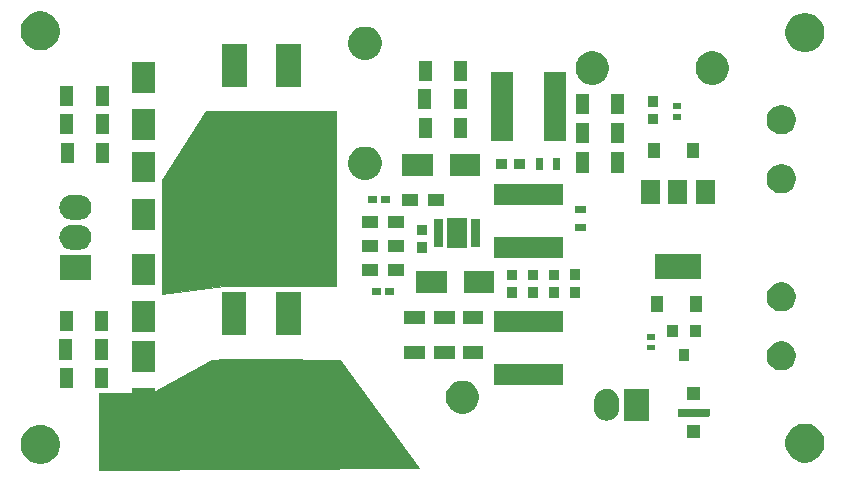
<source format=gbr>
G04 #@! TF.GenerationSoftware,KiCad,Pcbnew,(5.1.4)-1*
G04 #@! TF.CreationDate,2021-02-21T00:25:35+00:00*
G04 #@! TF.ProjectId,5v_to_bipolar15v_PSU,35765f74-6f5f-4626-9970-6f6c61723135,rev?*
G04 #@! TF.SameCoordinates,Original*
G04 #@! TF.FileFunction,Soldermask,Top*
G04 #@! TF.FilePolarity,Negative*
%FSLAX46Y46*%
G04 Gerber Fmt 4.6, Leading zero omitted, Abs format (unit mm)*
G04 Created by KiCad (PCBNEW (5.1.4)-1) date 2021-02-21 00:25:35*
%MOMM*%
%LPD*%
G04 APERTURE LIST*
%ADD10C,0.100000*%
G04 APERTURE END LIST*
D10*
G36*
X142300000Y-101073400D02*
G01*
X132775000Y-101073400D01*
X127504500Y-101771900D01*
X127504500Y-92056400D01*
X131251000Y-86214400D01*
X142300000Y-86214400D01*
X142300000Y-101073400D01*
G37*
X142300000Y-101073400D02*
X132775000Y-101073400D01*
X127504500Y-101771900D01*
X127504500Y-92056400D01*
X131251000Y-86214400D01*
X142300000Y-86214400D01*
X142300000Y-101073400D01*
G36*
X142617500Y-107359900D02*
G01*
X149285000Y-116503900D01*
X122170500Y-116630900D01*
X122170500Y-110153900D01*
X126678500Y-110138400D01*
X131758500Y-107344400D01*
X138489500Y-107344400D01*
X142617500Y-107359900D01*
G37*
X142617500Y-107359900D02*
X149285000Y-116503900D01*
X122170500Y-116630900D01*
X122170500Y-110153900D01*
X126678500Y-110138400D01*
X131758500Y-107344400D01*
X138489500Y-107344400D01*
X142617500Y-107359900D01*
G36*
X117592756Y-112857698D02*
G01*
X117699079Y-112878847D01*
X117999542Y-113003303D01*
X118269951Y-113183985D01*
X118499915Y-113413949D01*
X118680597Y-113684358D01*
X118805053Y-113984821D01*
X118868500Y-114303791D01*
X118868500Y-114629009D01*
X118805053Y-114947979D01*
X118680597Y-115248442D01*
X118499915Y-115518851D01*
X118269951Y-115748815D01*
X117999542Y-115929497D01*
X117699079Y-116053953D01*
X117592756Y-116075102D01*
X117380111Y-116117400D01*
X117054889Y-116117400D01*
X116842244Y-116075102D01*
X116735921Y-116053953D01*
X116435458Y-115929497D01*
X116165049Y-115748815D01*
X115935085Y-115518851D01*
X115754403Y-115248442D01*
X115629947Y-114947979D01*
X115566500Y-114629009D01*
X115566500Y-114303791D01*
X115629947Y-113984821D01*
X115754403Y-113684358D01*
X115935085Y-113413949D01*
X116165049Y-113183985D01*
X116435458Y-113003303D01*
X116735921Y-112878847D01*
X116842244Y-112857698D01*
X117054889Y-112815400D01*
X117380111Y-112815400D01*
X117592756Y-112857698D01*
X117592756Y-112857698D01*
G37*
G36*
X182336256Y-112744698D02*
G01*
X182442579Y-112765847D01*
X182743042Y-112890303D01*
X183013451Y-113070985D01*
X183243415Y-113300949D01*
X183424097Y-113571358D01*
X183548553Y-113871821D01*
X183612000Y-114190791D01*
X183612000Y-114516009D01*
X183548553Y-114834979D01*
X183424097Y-115135442D01*
X183243415Y-115405851D01*
X183013451Y-115635815D01*
X182743042Y-115816497D01*
X182442579Y-115940953D01*
X182336256Y-115962102D01*
X182123611Y-116004400D01*
X181798389Y-116004400D01*
X181585744Y-115962102D01*
X181479421Y-115940953D01*
X181178958Y-115816497D01*
X180908549Y-115635815D01*
X180678585Y-115405851D01*
X180497903Y-115135442D01*
X180373447Y-114834979D01*
X180310000Y-114516009D01*
X180310000Y-114190791D01*
X180373447Y-113871821D01*
X180497903Y-113571358D01*
X180678585Y-113300949D01*
X180908549Y-113070985D01*
X181178958Y-112890303D01*
X181479421Y-112765847D01*
X181585744Y-112744698D01*
X181798389Y-112702400D01*
X182123611Y-112702400D01*
X182336256Y-112744698D01*
X182336256Y-112744698D01*
G37*
G36*
X139462000Y-114342400D02*
G01*
X132360000Y-114342400D01*
X132360000Y-107240400D01*
X139462000Y-107240400D01*
X139462000Y-114342400D01*
X139462000Y-114342400D01*
G37*
G36*
X173099000Y-113947900D02*
G01*
X171997000Y-113947900D01*
X171997000Y-112845900D01*
X173099000Y-112845900D01*
X173099000Y-113947900D01*
X173099000Y-113947900D01*
G37*
G36*
X165377032Y-109767607D02*
G01*
X165509446Y-109807775D01*
X165575149Y-109827706D01*
X165671975Y-109879461D01*
X165757729Y-109925297D01*
X165917765Y-110056635D01*
X166049103Y-110216671D01*
X166080291Y-110275021D01*
X166146694Y-110399251D01*
X166146695Y-110399255D01*
X166206793Y-110597369D01*
X166207977Y-110609389D01*
X166222000Y-110751770D01*
X166222000Y-111455031D01*
X166220974Y-111465448D01*
X166206793Y-111609432D01*
X166146695Y-111807545D01*
X166146694Y-111807549D01*
X166112025Y-111872410D01*
X166049103Y-111990129D01*
X165917765Y-112150165D01*
X165757729Y-112281503D01*
X165641030Y-112343879D01*
X165575148Y-112379094D01*
X165575145Y-112379095D01*
X165377031Y-112439193D01*
X165171000Y-112459485D01*
X164964968Y-112439193D01*
X164766854Y-112379095D01*
X164766851Y-112379094D01*
X164653301Y-112318400D01*
X164584271Y-112281503D01*
X164424235Y-112150165D01*
X164292897Y-111990129D01*
X164201198Y-111818571D01*
X164195306Y-111807548D01*
X164166613Y-111712960D01*
X164135207Y-111609431D01*
X164120000Y-111455029D01*
X164120000Y-110751770D01*
X164135207Y-110597368D01*
X164154296Y-110534440D01*
X164195305Y-110399253D01*
X164270184Y-110259165D01*
X164292898Y-110216671D01*
X164424236Y-110056635D01*
X164584272Y-109925297D01*
X164670026Y-109879461D01*
X164766852Y-109827706D01*
X164832555Y-109807775D01*
X164964969Y-109767607D01*
X165171000Y-109747315D01*
X165377032Y-109767607D01*
X165377032Y-109767607D01*
G37*
G36*
X168762000Y-112454400D02*
G01*
X166660000Y-112454400D01*
X166660000Y-109752400D01*
X168762000Y-109752400D01*
X168762000Y-112454400D01*
X168762000Y-112454400D01*
G37*
G36*
X126926500Y-112318400D02*
G01*
X125024500Y-112318400D01*
X125024500Y-109716400D01*
X126926500Y-109716400D01*
X126926500Y-112318400D01*
X126926500Y-112318400D01*
G37*
G36*
X173807928Y-111448664D02*
G01*
X173829009Y-111455060D01*
X173848445Y-111465448D01*
X173865476Y-111479424D01*
X173879452Y-111496455D01*
X173889840Y-111515891D01*
X173896236Y-111536972D01*
X173899000Y-111565040D01*
X173899000Y-112028760D01*
X173896236Y-112056828D01*
X173889840Y-112077909D01*
X173879452Y-112097345D01*
X173865476Y-112114376D01*
X173848445Y-112128352D01*
X173829009Y-112138740D01*
X173807928Y-112145136D01*
X173779860Y-112147900D01*
X171316140Y-112147900D01*
X171288072Y-112145136D01*
X171266991Y-112138740D01*
X171247555Y-112128352D01*
X171230524Y-112114376D01*
X171216548Y-112097345D01*
X171206160Y-112077909D01*
X171199764Y-112056828D01*
X171197000Y-112028760D01*
X171197000Y-111565040D01*
X171199764Y-111536972D01*
X171206160Y-111515891D01*
X171216548Y-111496455D01*
X171230524Y-111479424D01*
X171247555Y-111465448D01*
X171266991Y-111455060D01*
X171288072Y-111448664D01*
X171316140Y-111445900D01*
X173779860Y-111445900D01*
X173807928Y-111448664D01*
X173807928Y-111448664D01*
G37*
G36*
X143209658Y-109124229D02*
G01*
X143209661Y-109124230D01*
X143209660Y-109124230D01*
X143464627Y-109229841D01*
X143694092Y-109383164D01*
X143889236Y-109578308D01*
X144002162Y-109747315D01*
X144042560Y-109807775D01*
X144148171Y-110062742D01*
X144202010Y-110333411D01*
X144202010Y-110609389D01*
X144148171Y-110880058D01*
X144148170Y-110880060D01*
X144042559Y-111135027D01*
X143889236Y-111364492D01*
X143694092Y-111559636D01*
X143464627Y-111712959D01*
X143464626Y-111712960D01*
X143464625Y-111712960D01*
X143209658Y-111818571D01*
X142938989Y-111872410D01*
X142663011Y-111872410D01*
X142392342Y-111818571D01*
X142137375Y-111712960D01*
X142137374Y-111712960D01*
X142137373Y-111712959D01*
X141907908Y-111559636D01*
X141712764Y-111364492D01*
X141559441Y-111135027D01*
X141453830Y-110880060D01*
X141453829Y-110880058D01*
X141399990Y-110609389D01*
X141399990Y-110333411D01*
X141453829Y-110062742D01*
X141559440Y-109807775D01*
X141599838Y-109747315D01*
X141712764Y-109578308D01*
X141907908Y-109383164D01*
X142137373Y-109229841D01*
X142392340Y-109124230D01*
X142392339Y-109124230D01*
X142392342Y-109124229D01*
X142663011Y-109070390D01*
X142938989Y-109070390D01*
X143209658Y-109124229D01*
X143209658Y-109124229D01*
G37*
G36*
X153369658Y-109124229D02*
G01*
X153369661Y-109124230D01*
X153369660Y-109124230D01*
X153624627Y-109229841D01*
X153854092Y-109383164D01*
X154049236Y-109578308D01*
X154162162Y-109747315D01*
X154202560Y-109807775D01*
X154308171Y-110062742D01*
X154362010Y-110333411D01*
X154362010Y-110609389D01*
X154308171Y-110880058D01*
X154308170Y-110880060D01*
X154202559Y-111135027D01*
X154049236Y-111364492D01*
X153854092Y-111559636D01*
X153624627Y-111712959D01*
X153624626Y-111712960D01*
X153624625Y-111712960D01*
X153369658Y-111818571D01*
X153098989Y-111872410D01*
X152823011Y-111872410D01*
X152552342Y-111818571D01*
X152297375Y-111712960D01*
X152297374Y-111712960D01*
X152297373Y-111712959D01*
X152067908Y-111559636D01*
X151872764Y-111364492D01*
X151719441Y-111135027D01*
X151613830Y-110880060D01*
X151613829Y-110880058D01*
X151559990Y-110609389D01*
X151559990Y-110333411D01*
X151613829Y-110062742D01*
X151719440Y-109807775D01*
X151759838Y-109747315D01*
X151872764Y-109578308D01*
X152067908Y-109383164D01*
X152297373Y-109229841D01*
X152552340Y-109124230D01*
X152552339Y-109124230D01*
X152552342Y-109124229D01*
X152823011Y-109070390D01*
X153098989Y-109070390D01*
X153369658Y-109124229D01*
X153369658Y-109124229D01*
G37*
G36*
X173099000Y-110747900D02*
G01*
X171997000Y-110747900D01*
X171997000Y-109645900D01*
X173099000Y-109645900D01*
X173099000Y-110747900D01*
X173099000Y-110747900D01*
G37*
G36*
X122962500Y-109703400D02*
G01*
X121860500Y-109703400D01*
X121860500Y-108001400D01*
X122962500Y-108001400D01*
X122962500Y-109703400D01*
X122962500Y-109703400D01*
G37*
G36*
X119962500Y-109703400D02*
G01*
X118860500Y-109703400D01*
X118860500Y-108001400D01*
X119962500Y-108001400D01*
X119962500Y-109703400D01*
X119962500Y-109703400D01*
G37*
G36*
X161456500Y-109443400D02*
G01*
X155654500Y-109443400D01*
X155654500Y-107641400D01*
X161456500Y-107641400D01*
X161456500Y-109443400D01*
X161456500Y-109443400D01*
G37*
G36*
X126926500Y-108318400D02*
G01*
X125024500Y-108318400D01*
X125024500Y-105716400D01*
X126926500Y-105716400D01*
X126926500Y-108318400D01*
X126926500Y-108318400D01*
G37*
G36*
X180318610Y-105797514D02*
G01*
X180541727Y-105889932D01*
X180541729Y-105889933D01*
X180592269Y-105923703D01*
X180742529Y-106024103D01*
X180913297Y-106194871D01*
X181047468Y-106395673D01*
X181139886Y-106618790D01*
X181187000Y-106855648D01*
X181187000Y-107097152D01*
X181139886Y-107334010D01*
X181047468Y-107557127D01*
X180913297Y-107757929D01*
X180742529Y-107928697D01*
X180592269Y-108029097D01*
X180541729Y-108062867D01*
X180541728Y-108062868D01*
X180541727Y-108062868D01*
X180318610Y-108155286D01*
X180081752Y-108202400D01*
X179840248Y-108202400D01*
X179603390Y-108155286D01*
X179380273Y-108062868D01*
X179380272Y-108062868D01*
X179380271Y-108062867D01*
X179329731Y-108029097D01*
X179179471Y-107928697D01*
X179008703Y-107757929D01*
X178874532Y-107557127D01*
X178782114Y-107334010D01*
X178735000Y-107097152D01*
X178735000Y-106855648D01*
X178782114Y-106618790D01*
X178874532Y-106395673D01*
X179008703Y-106194871D01*
X179179471Y-106024103D01*
X179329731Y-105923703D01*
X179380271Y-105889933D01*
X179380273Y-105889932D01*
X179603390Y-105797514D01*
X179840248Y-105750400D01*
X180081752Y-105750400D01*
X180318610Y-105797514D01*
X180318610Y-105797514D01*
G37*
G36*
X172176500Y-107375400D02*
G01*
X171274500Y-107375400D01*
X171274500Y-106373400D01*
X172176500Y-106373400D01*
X172176500Y-107375400D01*
X172176500Y-107375400D01*
G37*
G36*
X122938500Y-107290400D02*
G01*
X121836500Y-107290400D01*
X121836500Y-105588400D01*
X122938500Y-105588400D01*
X122938500Y-107290400D01*
X122938500Y-107290400D01*
G37*
G36*
X119938500Y-107290400D02*
G01*
X118836500Y-107290400D01*
X118836500Y-105588400D01*
X119938500Y-105588400D01*
X119938500Y-107290400D01*
X119938500Y-107290400D01*
G37*
G36*
X154707500Y-107236400D02*
G01*
X153005500Y-107236400D01*
X153005500Y-106134400D01*
X154707500Y-106134400D01*
X154707500Y-107236400D01*
X154707500Y-107236400D01*
G37*
G36*
X152294500Y-107236400D02*
G01*
X150592500Y-107236400D01*
X150592500Y-106134400D01*
X152294500Y-106134400D01*
X152294500Y-107236400D01*
X152294500Y-107236400D01*
G37*
G36*
X149754500Y-107236400D02*
G01*
X148052500Y-107236400D01*
X148052500Y-106134400D01*
X149754500Y-106134400D01*
X149754500Y-107236400D01*
X149754500Y-107236400D01*
G37*
G36*
X169284000Y-106520400D02*
G01*
X168582000Y-106520400D01*
X168582000Y-106018400D01*
X169284000Y-106018400D01*
X169284000Y-106520400D01*
X169284000Y-106520400D01*
G37*
G36*
X169284000Y-105620400D02*
G01*
X168582000Y-105620400D01*
X168582000Y-105118400D01*
X169284000Y-105118400D01*
X169284000Y-105620400D01*
X169284000Y-105620400D01*
G37*
G36*
X171226500Y-105375400D02*
G01*
X170324500Y-105375400D01*
X170324500Y-104373400D01*
X171226500Y-104373400D01*
X171226500Y-105375400D01*
X171226500Y-105375400D01*
G37*
G36*
X173126500Y-105375400D02*
G01*
X172224500Y-105375400D01*
X172224500Y-104373400D01*
X173126500Y-104373400D01*
X173126500Y-105375400D01*
X173126500Y-105375400D01*
G37*
G36*
X139262000Y-105192400D02*
G01*
X137160000Y-105192400D01*
X137160000Y-101590400D01*
X139262000Y-101590400D01*
X139262000Y-105192400D01*
X139262000Y-105192400D01*
G37*
G36*
X134682000Y-105192400D02*
G01*
X132580000Y-105192400D01*
X132580000Y-101590400D01*
X134682000Y-101590400D01*
X134682000Y-105192400D01*
X134682000Y-105192400D01*
G37*
G36*
X126926500Y-104952400D02*
G01*
X125024500Y-104952400D01*
X125024500Y-102350400D01*
X126926500Y-102350400D01*
X126926500Y-104952400D01*
X126926500Y-104952400D01*
G37*
G36*
X161456500Y-104943400D02*
G01*
X155654500Y-104943400D01*
X155654500Y-103141400D01*
X161456500Y-103141400D01*
X161456500Y-104943400D01*
X161456500Y-104943400D01*
G37*
G36*
X122962500Y-104877400D02*
G01*
X121860500Y-104877400D01*
X121860500Y-103175400D01*
X122962500Y-103175400D01*
X122962500Y-104877400D01*
X122962500Y-104877400D01*
G37*
G36*
X119962500Y-104877400D02*
G01*
X118860500Y-104877400D01*
X118860500Y-103175400D01*
X119962500Y-103175400D01*
X119962500Y-104877400D01*
X119962500Y-104877400D01*
G37*
G36*
X152294500Y-104236400D02*
G01*
X150592500Y-104236400D01*
X150592500Y-103134400D01*
X152294500Y-103134400D01*
X152294500Y-104236400D01*
X152294500Y-104236400D01*
G37*
G36*
X149754500Y-104236400D02*
G01*
X148052500Y-104236400D01*
X148052500Y-103134400D01*
X149754500Y-103134400D01*
X149754500Y-104236400D01*
X149754500Y-104236400D01*
G37*
G36*
X154707500Y-104236400D02*
G01*
X153005500Y-104236400D01*
X153005500Y-103134400D01*
X154707500Y-103134400D01*
X154707500Y-104236400D01*
X154707500Y-104236400D01*
G37*
G36*
X173262000Y-103239400D02*
G01*
X172260000Y-103239400D01*
X172260000Y-101937400D01*
X173262000Y-101937400D01*
X173262000Y-103239400D01*
X173262000Y-103239400D01*
G37*
G36*
X169962000Y-103239400D02*
G01*
X168960000Y-103239400D01*
X168960000Y-101937400D01*
X169962000Y-101937400D01*
X169962000Y-103239400D01*
X169962000Y-103239400D01*
G37*
G36*
X180318610Y-100797514D02*
G01*
X180541727Y-100889932D01*
X180541729Y-100889933D01*
X180592269Y-100923703D01*
X180742529Y-101024103D01*
X180913297Y-101194871D01*
X181047468Y-101395673D01*
X181139886Y-101618790D01*
X181187000Y-101855648D01*
X181187000Y-102097152D01*
X181139886Y-102334010D01*
X181047468Y-102557127D01*
X180913297Y-102757929D01*
X180742529Y-102928697D01*
X180592269Y-103029097D01*
X180541729Y-103062867D01*
X180541728Y-103062868D01*
X180541727Y-103062868D01*
X180318610Y-103155286D01*
X180081752Y-103202400D01*
X179840248Y-103202400D01*
X179603390Y-103155286D01*
X179380273Y-103062868D01*
X179380272Y-103062868D01*
X179380271Y-103062867D01*
X179329731Y-103029097D01*
X179179471Y-102928697D01*
X179008703Y-102757929D01*
X178874532Y-102557127D01*
X178782114Y-102334010D01*
X178735000Y-102097152D01*
X178735000Y-101855648D01*
X178782114Y-101618790D01*
X178874532Y-101395673D01*
X179008703Y-101194871D01*
X179179471Y-101024103D01*
X179329731Y-100923703D01*
X179380271Y-100889933D01*
X179380273Y-100889932D01*
X179603390Y-100797514D01*
X179840248Y-100750400D01*
X180081752Y-100750400D01*
X180318610Y-100797514D01*
X180318610Y-100797514D01*
G37*
G36*
X161140500Y-102080400D02*
G01*
X160288500Y-102080400D01*
X160288500Y-101178400D01*
X161140500Y-101178400D01*
X161140500Y-102080400D01*
X161140500Y-102080400D01*
G37*
G36*
X159362500Y-102068400D02*
G01*
X158510500Y-102068400D01*
X158510500Y-101166400D01*
X159362500Y-101166400D01*
X159362500Y-102068400D01*
X159362500Y-102068400D01*
G37*
G36*
X157584500Y-102068400D02*
G01*
X156732500Y-102068400D01*
X156732500Y-101166400D01*
X157584500Y-101166400D01*
X157584500Y-102068400D01*
X157584500Y-102068400D01*
G37*
G36*
X162887000Y-102054400D02*
G01*
X162035000Y-102054400D01*
X162035000Y-101152400D01*
X162887000Y-101152400D01*
X162887000Y-102054400D01*
X162887000Y-102054400D01*
G37*
G36*
X147137500Y-101803400D02*
G01*
X146435500Y-101803400D01*
X146435500Y-101201400D01*
X147137500Y-101201400D01*
X147137500Y-101803400D01*
X147137500Y-101803400D01*
G37*
G36*
X146037500Y-101803400D02*
G01*
X145335500Y-101803400D01*
X145335500Y-101201400D01*
X146037500Y-101201400D01*
X146037500Y-101803400D01*
X146037500Y-101803400D01*
G37*
G36*
X151665500Y-101691400D02*
G01*
X149063500Y-101691400D01*
X149063500Y-99789400D01*
X151665500Y-99789400D01*
X151665500Y-101691400D01*
X151665500Y-101691400D01*
G37*
G36*
X155665500Y-101691400D02*
G01*
X153063500Y-101691400D01*
X153063500Y-99789400D01*
X155665500Y-99789400D01*
X155665500Y-101691400D01*
X155665500Y-101691400D01*
G37*
G36*
X126926500Y-100952400D02*
G01*
X125024500Y-100952400D01*
X125024500Y-98350400D01*
X126926500Y-98350400D01*
X126926500Y-100952400D01*
X126926500Y-100952400D01*
G37*
G36*
X161140500Y-100580400D02*
G01*
X160288500Y-100580400D01*
X160288500Y-99678400D01*
X161140500Y-99678400D01*
X161140500Y-100580400D01*
X161140500Y-100580400D01*
G37*
G36*
X159362500Y-100568400D02*
G01*
X158510500Y-100568400D01*
X158510500Y-99666400D01*
X159362500Y-99666400D01*
X159362500Y-100568400D01*
X159362500Y-100568400D01*
G37*
G36*
X157584500Y-100568400D02*
G01*
X156732500Y-100568400D01*
X156732500Y-99666400D01*
X157584500Y-99666400D01*
X157584500Y-100568400D01*
X157584500Y-100568400D01*
G37*
G36*
X162887000Y-100554400D02*
G01*
X162035000Y-100554400D01*
X162035000Y-99652400D01*
X162887000Y-99652400D01*
X162887000Y-100554400D01*
X162887000Y-100554400D01*
G37*
G36*
X121552500Y-100517400D02*
G01*
X118850500Y-100517400D01*
X118850500Y-98415400D01*
X121552500Y-98415400D01*
X121552500Y-100517400D01*
X121552500Y-100517400D01*
G37*
G36*
X173162000Y-100454400D02*
G01*
X169260000Y-100454400D01*
X169260000Y-98352400D01*
X173162000Y-98352400D01*
X173162000Y-100454400D01*
X173162000Y-100454400D01*
G37*
G36*
X147987500Y-100225400D02*
G01*
X146685500Y-100225400D01*
X146685500Y-99223400D01*
X147987500Y-99223400D01*
X147987500Y-100225400D01*
X147987500Y-100225400D01*
G37*
G36*
X145787500Y-100225400D02*
G01*
X144485500Y-100225400D01*
X144485500Y-99223400D01*
X145787500Y-99223400D01*
X145787500Y-100225400D01*
X145787500Y-100225400D01*
G37*
G36*
X161456500Y-98684400D02*
G01*
X155654500Y-98684400D01*
X155654500Y-96882400D01*
X161456500Y-96882400D01*
X161456500Y-98684400D01*
X161456500Y-98684400D01*
G37*
G36*
X149964500Y-98258400D02*
G01*
X149112500Y-98258400D01*
X149112500Y-97356400D01*
X149964500Y-97356400D01*
X149964500Y-98258400D01*
X149964500Y-98258400D01*
G37*
G36*
X147987500Y-98193400D02*
G01*
X146685500Y-98193400D01*
X146685500Y-97191400D01*
X147987500Y-97191400D01*
X147987500Y-98193400D01*
X147987500Y-98193400D01*
G37*
G36*
X145787500Y-98193400D02*
G01*
X144485500Y-98193400D01*
X144485500Y-97191400D01*
X145787500Y-97191400D01*
X145787500Y-98193400D01*
X145787500Y-98193400D01*
G37*
G36*
X120604597Y-95880469D02*
G01*
X120707532Y-95890607D01*
X120905646Y-95950705D01*
X120905649Y-95950706D01*
X121002475Y-96002461D01*
X121088229Y-96048297D01*
X121248265Y-96179635D01*
X121379603Y-96339671D01*
X121404045Y-96385400D01*
X121477194Y-96522251D01*
X121477195Y-96522254D01*
X121537293Y-96720368D01*
X121557585Y-96926400D01*
X121537293Y-97132432D01*
X121519405Y-97191400D01*
X121477194Y-97330549D01*
X121463376Y-97356400D01*
X121379603Y-97513129D01*
X121248265Y-97673165D01*
X121088229Y-97804503D01*
X121002475Y-97850339D01*
X120905649Y-97902094D01*
X120905646Y-97902095D01*
X120707532Y-97962193D01*
X120604597Y-97972331D01*
X120553131Y-97977400D01*
X119849869Y-97977400D01*
X119798403Y-97972331D01*
X119695468Y-97962193D01*
X119497354Y-97902095D01*
X119497351Y-97902094D01*
X119400525Y-97850339D01*
X119314771Y-97804503D01*
X119154735Y-97673165D01*
X119023397Y-97513129D01*
X118939624Y-97356400D01*
X118925806Y-97330549D01*
X118883595Y-97191400D01*
X118865707Y-97132432D01*
X118845415Y-96926400D01*
X118865707Y-96720368D01*
X118925805Y-96522254D01*
X118925806Y-96522251D01*
X118998955Y-96385400D01*
X119023397Y-96339671D01*
X119154735Y-96179635D01*
X119314771Y-96048297D01*
X119400525Y-96002461D01*
X119497351Y-95950706D01*
X119497354Y-95950705D01*
X119695468Y-95890607D01*
X119798403Y-95880469D01*
X119849869Y-95875400D01*
X120553131Y-95875400D01*
X120604597Y-95880469D01*
X120604597Y-95880469D01*
G37*
G36*
X153319000Y-97877400D02*
G01*
X151667000Y-97877400D01*
X151667000Y-95295400D01*
X153319000Y-95295400D01*
X153319000Y-97877400D01*
X153319000Y-97877400D01*
G37*
G36*
X151319000Y-97787400D02*
G01*
X150567000Y-97787400D01*
X150567000Y-95385400D01*
X151319000Y-95385400D01*
X151319000Y-97787400D01*
X151319000Y-97787400D01*
G37*
G36*
X154419000Y-97787400D02*
G01*
X153667000Y-97787400D01*
X153667000Y-95385400D01*
X154419000Y-95385400D01*
X154419000Y-97787400D01*
X154419000Y-97787400D01*
G37*
G36*
X149964500Y-96758400D02*
G01*
X149112500Y-96758400D01*
X149112500Y-95856400D01*
X149964500Y-95856400D01*
X149964500Y-96758400D01*
X149964500Y-96758400D01*
G37*
G36*
X163462000Y-96404400D02*
G01*
X162460000Y-96404400D01*
X162460000Y-95802400D01*
X163462000Y-95802400D01*
X163462000Y-96404400D01*
X163462000Y-96404400D01*
G37*
G36*
X126926500Y-96284400D02*
G01*
X125024500Y-96284400D01*
X125024500Y-93682400D01*
X126926500Y-93682400D01*
X126926500Y-96284400D01*
X126926500Y-96284400D01*
G37*
G36*
X147987500Y-96161400D02*
G01*
X146685500Y-96161400D01*
X146685500Y-95159400D01*
X147987500Y-95159400D01*
X147987500Y-96161400D01*
X147987500Y-96161400D01*
G37*
G36*
X145787500Y-96161400D02*
G01*
X144485500Y-96161400D01*
X144485500Y-95159400D01*
X145787500Y-95159400D01*
X145787500Y-96161400D01*
X145787500Y-96161400D01*
G37*
G36*
X120604597Y-93340469D02*
G01*
X120707532Y-93350607D01*
X120905646Y-93410705D01*
X120905649Y-93410706D01*
X120987394Y-93454400D01*
X121088229Y-93508297D01*
X121248265Y-93639635D01*
X121379603Y-93799671D01*
X121425439Y-93885425D01*
X121477194Y-93982251D01*
X121477195Y-93982254D01*
X121537293Y-94180368D01*
X121557585Y-94386400D01*
X121537293Y-94592432D01*
X121477195Y-94790546D01*
X121477194Y-94790549D01*
X121425439Y-94887375D01*
X121379603Y-94973129D01*
X121248265Y-95133165D01*
X121088229Y-95264503D01*
X121030424Y-95295400D01*
X120905649Y-95362094D01*
X120905646Y-95362095D01*
X120707532Y-95422193D01*
X120604597Y-95432331D01*
X120553131Y-95437400D01*
X119849869Y-95437400D01*
X119798403Y-95432331D01*
X119695468Y-95422193D01*
X119497354Y-95362095D01*
X119497351Y-95362094D01*
X119372576Y-95295400D01*
X119314771Y-95264503D01*
X119154735Y-95133165D01*
X119023397Y-94973129D01*
X118977561Y-94887375D01*
X118925806Y-94790549D01*
X118925805Y-94790546D01*
X118865707Y-94592432D01*
X118845415Y-94386400D01*
X118865707Y-94180368D01*
X118925805Y-93982254D01*
X118925806Y-93982251D01*
X118977561Y-93885425D01*
X119023397Y-93799671D01*
X119154735Y-93639635D01*
X119314771Y-93508297D01*
X119415606Y-93454400D01*
X119497351Y-93410706D01*
X119497354Y-93410705D01*
X119695468Y-93350607D01*
X119798403Y-93340469D01*
X119849869Y-93335400D01*
X120553131Y-93335400D01*
X120604597Y-93340469D01*
X120604597Y-93340469D01*
G37*
G36*
X163462000Y-94904400D02*
G01*
X162460000Y-94904400D01*
X162460000Y-94302400D01*
X163462000Y-94302400D01*
X163462000Y-94904400D01*
X163462000Y-94904400D01*
G37*
G36*
X151373500Y-94256400D02*
G01*
X150071500Y-94256400D01*
X150071500Y-93254400D01*
X151373500Y-93254400D01*
X151373500Y-94256400D01*
X151373500Y-94256400D01*
G37*
G36*
X149173500Y-94256400D02*
G01*
X147871500Y-94256400D01*
X147871500Y-93254400D01*
X149173500Y-93254400D01*
X149173500Y-94256400D01*
X149173500Y-94256400D01*
G37*
G36*
X161456500Y-94184400D02*
G01*
X155654500Y-94184400D01*
X155654500Y-92382400D01*
X161456500Y-92382400D01*
X161456500Y-94184400D01*
X161456500Y-94184400D01*
G37*
G36*
X172012000Y-94154400D02*
G01*
X170410000Y-94154400D01*
X170410000Y-92052400D01*
X172012000Y-92052400D01*
X172012000Y-94154400D01*
X172012000Y-94154400D01*
G37*
G36*
X169712000Y-94154400D02*
G01*
X168110000Y-94154400D01*
X168110000Y-92052400D01*
X169712000Y-92052400D01*
X169712000Y-94154400D01*
X169712000Y-94154400D01*
G37*
G36*
X174312000Y-94154400D02*
G01*
X172710000Y-94154400D01*
X172710000Y-92052400D01*
X174312000Y-92052400D01*
X174312000Y-94154400D01*
X174312000Y-94154400D01*
G37*
G36*
X145698500Y-94056400D02*
G01*
X144996500Y-94056400D01*
X144996500Y-93454400D01*
X145698500Y-93454400D01*
X145698500Y-94056400D01*
X145698500Y-94056400D01*
G37*
G36*
X146798500Y-94056400D02*
G01*
X146096500Y-94056400D01*
X146096500Y-93454400D01*
X146798500Y-93454400D01*
X146798500Y-94056400D01*
X146798500Y-94056400D01*
G37*
G36*
X139512000Y-93342400D02*
G01*
X132410000Y-93342400D01*
X132410000Y-86240400D01*
X139512000Y-86240400D01*
X139512000Y-93342400D01*
X139512000Y-93342400D01*
G37*
G36*
X180318610Y-90797514D02*
G01*
X180541727Y-90889932D01*
X180541729Y-90889933D01*
X180592269Y-90923703D01*
X180742529Y-91024103D01*
X180913297Y-91194871D01*
X181047468Y-91395673D01*
X181139886Y-91618790D01*
X181187000Y-91855648D01*
X181187000Y-92097152D01*
X181139886Y-92334010D01*
X181047468Y-92557127D01*
X180913297Y-92757929D01*
X180742529Y-92928697D01*
X180592269Y-93029097D01*
X180541729Y-93062867D01*
X180541728Y-93062868D01*
X180541727Y-93062868D01*
X180318610Y-93155286D01*
X180081752Y-93202400D01*
X179840248Y-93202400D01*
X179603390Y-93155286D01*
X179380273Y-93062868D01*
X179380272Y-93062868D01*
X179380271Y-93062867D01*
X179329731Y-93029097D01*
X179179471Y-92928697D01*
X179008703Y-92757929D01*
X178874532Y-92557127D01*
X178782114Y-92334010D01*
X178735000Y-92097152D01*
X178735000Y-91855648D01*
X178782114Y-91618790D01*
X178874532Y-91395673D01*
X179008703Y-91194871D01*
X179179471Y-91024103D01*
X179329731Y-90923703D01*
X179380271Y-90889933D01*
X179380273Y-90889932D01*
X179603390Y-90797514D01*
X179840248Y-90750400D01*
X180081752Y-90750400D01*
X180318610Y-90797514D01*
X180318610Y-90797514D01*
G37*
G36*
X126926500Y-92284400D02*
G01*
X125024500Y-92284400D01*
X125024500Y-89682400D01*
X126926500Y-89682400D01*
X126926500Y-92284400D01*
X126926500Y-92284400D01*
G37*
G36*
X145121658Y-89312229D02*
G01*
X145121661Y-89312230D01*
X145121660Y-89312230D01*
X145376627Y-89417841D01*
X145606092Y-89571164D01*
X145801236Y-89766308D01*
X145879474Y-89883400D01*
X145954560Y-89995775D01*
X146060171Y-90250742D01*
X146114010Y-90521411D01*
X146114010Y-90797389D01*
X146060171Y-91068058D01*
X146060170Y-91068060D01*
X145954559Y-91323027D01*
X145801236Y-91552492D01*
X145606092Y-91747636D01*
X145376627Y-91900959D01*
X145376626Y-91900960D01*
X145376625Y-91900960D01*
X145121658Y-92006571D01*
X144850989Y-92060410D01*
X144575011Y-92060410D01*
X144304342Y-92006571D01*
X144049375Y-91900960D01*
X144049374Y-91900960D01*
X144049373Y-91900959D01*
X143819908Y-91747636D01*
X143624764Y-91552492D01*
X143471441Y-91323027D01*
X143365830Y-91068060D01*
X143365829Y-91068058D01*
X143311990Y-90797389D01*
X143311990Y-90521411D01*
X143365829Y-90250742D01*
X143471440Y-89995775D01*
X143546526Y-89883400D01*
X143624764Y-89766308D01*
X143819908Y-89571164D01*
X144049373Y-89417841D01*
X144304340Y-89312230D01*
X144304339Y-89312230D01*
X144304342Y-89312229D01*
X144575011Y-89258390D01*
X144850989Y-89258390D01*
X145121658Y-89312229D01*
X145121658Y-89312229D01*
G37*
G36*
X150490500Y-91785400D02*
G01*
X147888500Y-91785400D01*
X147888500Y-89883400D01*
X150490500Y-89883400D01*
X150490500Y-91785400D01*
X150490500Y-91785400D01*
G37*
G36*
X154490500Y-91785400D02*
G01*
X151888500Y-91785400D01*
X151888500Y-89883400D01*
X154490500Y-89883400D01*
X154490500Y-91785400D01*
X154490500Y-91785400D01*
G37*
G36*
X166656500Y-91458400D02*
G01*
X165554500Y-91458400D01*
X165554500Y-89756400D01*
X166656500Y-89756400D01*
X166656500Y-91458400D01*
X166656500Y-91458400D01*
G37*
G36*
X163656500Y-91458400D02*
G01*
X162554500Y-91458400D01*
X162554500Y-89756400D01*
X163656500Y-89756400D01*
X163656500Y-91458400D01*
X163656500Y-91458400D01*
G37*
G36*
X161257500Y-91208400D02*
G01*
X160655500Y-91208400D01*
X160655500Y-90206400D01*
X161257500Y-90206400D01*
X161257500Y-91208400D01*
X161257500Y-91208400D01*
G37*
G36*
X159757500Y-91208400D02*
G01*
X159155500Y-91208400D01*
X159155500Y-90206400D01*
X159757500Y-90206400D01*
X159757500Y-91208400D01*
X159757500Y-91208400D01*
G37*
G36*
X158232500Y-91133400D02*
G01*
X157330500Y-91133400D01*
X157330500Y-90281400D01*
X158232500Y-90281400D01*
X158232500Y-91133400D01*
X158232500Y-91133400D01*
G37*
G36*
X156732500Y-91133400D02*
G01*
X155830500Y-91133400D01*
X155830500Y-90281400D01*
X156732500Y-90281400D01*
X156732500Y-91133400D01*
X156732500Y-91133400D01*
G37*
G36*
X120045500Y-90614400D02*
G01*
X118943500Y-90614400D01*
X118943500Y-88912400D01*
X120045500Y-88912400D01*
X120045500Y-90614400D01*
X120045500Y-90614400D01*
G37*
G36*
X123045500Y-90614400D02*
G01*
X121943500Y-90614400D01*
X121943500Y-88912400D01*
X123045500Y-88912400D01*
X123045500Y-90614400D01*
X123045500Y-90614400D01*
G37*
G36*
X173012000Y-90254400D02*
G01*
X172010000Y-90254400D01*
X172010000Y-88952400D01*
X173012000Y-88952400D01*
X173012000Y-90254400D01*
X173012000Y-90254400D01*
G37*
G36*
X169712000Y-90254400D02*
G01*
X168710000Y-90254400D01*
X168710000Y-88952400D01*
X169712000Y-88952400D01*
X169712000Y-90254400D01*
X169712000Y-90254400D01*
G37*
G36*
X166656500Y-88969200D02*
G01*
X165554500Y-88969200D01*
X165554500Y-87267200D01*
X166656500Y-87267200D01*
X166656500Y-88969200D01*
X166656500Y-88969200D01*
G37*
G36*
X163656500Y-88969200D02*
G01*
X162554500Y-88969200D01*
X162554500Y-87267200D01*
X163656500Y-87267200D01*
X163656500Y-88969200D01*
X163656500Y-88969200D01*
G37*
G36*
X161706500Y-88782400D02*
G01*
X159904500Y-88782400D01*
X159904500Y-82980400D01*
X161706500Y-82980400D01*
X161706500Y-88782400D01*
X161706500Y-88782400D01*
G37*
G36*
X157206500Y-88782400D02*
G01*
X155404500Y-88782400D01*
X155404500Y-82980400D01*
X157206500Y-82980400D01*
X157206500Y-88782400D01*
X157206500Y-88782400D01*
G37*
G36*
X126926500Y-88696400D02*
G01*
X125024500Y-88696400D01*
X125024500Y-86094400D01*
X126926500Y-86094400D01*
X126926500Y-88696400D01*
X126926500Y-88696400D01*
G37*
G36*
X153367500Y-88510400D02*
G01*
X152265500Y-88510400D01*
X152265500Y-86808400D01*
X153367500Y-86808400D01*
X153367500Y-88510400D01*
X153367500Y-88510400D01*
G37*
G36*
X150367500Y-88510400D02*
G01*
X149265500Y-88510400D01*
X149265500Y-86808400D01*
X150367500Y-86808400D01*
X150367500Y-88510400D01*
X150367500Y-88510400D01*
G37*
G36*
X180318610Y-85797514D02*
G01*
X180541727Y-85889932D01*
X180541729Y-85889933D01*
X180592269Y-85923703D01*
X180742529Y-86024103D01*
X180913297Y-86194871D01*
X181047468Y-86395673D01*
X181139886Y-86618790D01*
X181187000Y-86855648D01*
X181187000Y-87097152D01*
X181139886Y-87334010D01*
X181047468Y-87557127D01*
X180913297Y-87757929D01*
X180742529Y-87928697D01*
X180592269Y-88029097D01*
X180541729Y-88062867D01*
X180541728Y-88062868D01*
X180541727Y-88062868D01*
X180318610Y-88155286D01*
X180081752Y-88202400D01*
X179840248Y-88202400D01*
X179603390Y-88155286D01*
X179380273Y-88062868D01*
X179380272Y-88062868D01*
X179380271Y-88062867D01*
X179329731Y-88029097D01*
X179179471Y-87928697D01*
X179008703Y-87757929D01*
X178874532Y-87557127D01*
X178782114Y-87334010D01*
X178735000Y-87097152D01*
X178735000Y-86855648D01*
X178782114Y-86618790D01*
X178874532Y-86395673D01*
X179008703Y-86194871D01*
X179179471Y-86024103D01*
X179329731Y-85923703D01*
X179380271Y-85889933D01*
X179380273Y-85889932D01*
X179603390Y-85797514D01*
X179840248Y-85750400D01*
X180081752Y-85750400D01*
X180318610Y-85797514D01*
X180318610Y-85797514D01*
G37*
G36*
X123021500Y-88201400D02*
G01*
X121919500Y-88201400D01*
X121919500Y-86499400D01*
X123021500Y-86499400D01*
X123021500Y-88201400D01*
X123021500Y-88201400D01*
G37*
G36*
X120021500Y-88201400D02*
G01*
X118919500Y-88201400D01*
X118919500Y-86499400D01*
X120021500Y-86499400D01*
X120021500Y-88201400D01*
X120021500Y-88201400D01*
G37*
G36*
X169523000Y-87368400D02*
G01*
X168671000Y-87368400D01*
X168671000Y-86466400D01*
X169523000Y-86466400D01*
X169523000Y-87368400D01*
X169523000Y-87368400D01*
G37*
G36*
X171480000Y-87004400D02*
G01*
X170778000Y-87004400D01*
X170778000Y-86502400D01*
X171480000Y-86502400D01*
X171480000Y-87004400D01*
X171480000Y-87004400D01*
G37*
G36*
X166656500Y-86480000D02*
G01*
X165554500Y-86480000D01*
X165554500Y-84778000D01*
X166656500Y-84778000D01*
X166656500Y-86480000D01*
X166656500Y-86480000D01*
G37*
G36*
X163656500Y-86480000D02*
G01*
X162554500Y-86480000D01*
X162554500Y-84778000D01*
X163656500Y-84778000D01*
X163656500Y-86480000D01*
X163656500Y-86480000D01*
G37*
G36*
X171480000Y-86104400D02*
G01*
X170778000Y-86104400D01*
X170778000Y-85602400D01*
X171480000Y-85602400D01*
X171480000Y-86104400D01*
X171480000Y-86104400D01*
G37*
G36*
X150343500Y-86097400D02*
G01*
X149241500Y-86097400D01*
X149241500Y-84395400D01*
X150343500Y-84395400D01*
X150343500Y-86097400D01*
X150343500Y-86097400D01*
G37*
G36*
X153343500Y-86097400D02*
G01*
X152241500Y-86097400D01*
X152241500Y-84395400D01*
X153343500Y-84395400D01*
X153343500Y-86097400D01*
X153343500Y-86097400D01*
G37*
G36*
X169523000Y-85868400D02*
G01*
X168671000Y-85868400D01*
X168671000Y-84966400D01*
X169523000Y-84966400D01*
X169523000Y-85868400D01*
X169523000Y-85868400D01*
G37*
G36*
X123021500Y-85788400D02*
G01*
X121919500Y-85788400D01*
X121919500Y-84086400D01*
X123021500Y-84086400D01*
X123021500Y-85788400D01*
X123021500Y-85788400D01*
G37*
G36*
X120021500Y-85788400D02*
G01*
X118919500Y-85788400D01*
X118919500Y-84086400D01*
X120021500Y-84086400D01*
X120021500Y-85788400D01*
X120021500Y-85788400D01*
G37*
G36*
X126926500Y-84696400D02*
G01*
X125024500Y-84696400D01*
X125024500Y-82094400D01*
X126926500Y-82094400D01*
X126926500Y-84696400D01*
X126926500Y-84696400D01*
G37*
G36*
X134732000Y-84192400D02*
G01*
X132630000Y-84192400D01*
X132630000Y-80590400D01*
X134732000Y-80590400D01*
X134732000Y-84192400D01*
X134732000Y-84192400D01*
G37*
G36*
X139312000Y-84192400D02*
G01*
X137210000Y-84192400D01*
X137210000Y-80590400D01*
X139312000Y-80590400D01*
X139312000Y-84192400D01*
X139312000Y-84192400D01*
G37*
G36*
X164369658Y-81256229D02*
G01*
X164369661Y-81256230D01*
X164369660Y-81256230D01*
X164624627Y-81361841D01*
X164854092Y-81515164D01*
X165049236Y-81710308D01*
X165202559Y-81939773D01*
X165202560Y-81939775D01*
X165308171Y-82194742D01*
X165362010Y-82465411D01*
X165362010Y-82741389D01*
X165308171Y-83012058D01*
X165308170Y-83012060D01*
X165202559Y-83267027D01*
X165049236Y-83496492D01*
X164854092Y-83691636D01*
X164624627Y-83844959D01*
X164624626Y-83844960D01*
X164624625Y-83844960D01*
X164369658Y-83950571D01*
X164098989Y-84004410D01*
X163823011Y-84004410D01*
X163552342Y-83950571D01*
X163297375Y-83844960D01*
X163297374Y-83844960D01*
X163297373Y-83844959D01*
X163067908Y-83691636D01*
X162872764Y-83496492D01*
X162719441Y-83267027D01*
X162613830Y-83012060D01*
X162613829Y-83012058D01*
X162559990Y-82741389D01*
X162559990Y-82465411D01*
X162613829Y-82194742D01*
X162719440Y-81939775D01*
X162719441Y-81939773D01*
X162872764Y-81710308D01*
X163067908Y-81515164D01*
X163297373Y-81361841D01*
X163552340Y-81256230D01*
X163552339Y-81256230D01*
X163552342Y-81256229D01*
X163823011Y-81202390D01*
X164098989Y-81202390D01*
X164369658Y-81256229D01*
X164369658Y-81256229D01*
G37*
G36*
X174529658Y-81256229D02*
G01*
X174529661Y-81256230D01*
X174529660Y-81256230D01*
X174784627Y-81361841D01*
X175014092Y-81515164D01*
X175209236Y-81710308D01*
X175362559Y-81939773D01*
X175362560Y-81939775D01*
X175468171Y-82194742D01*
X175522010Y-82465411D01*
X175522010Y-82741389D01*
X175468171Y-83012058D01*
X175468170Y-83012060D01*
X175362559Y-83267027D01*
X175209236Y-83496492D01*
X175014092Y-83691636D01*
X174784627Y-83844959D01*
X174784626Y-83844960D01*
X174784625Y-83844960D01*
X174529658Y-83950571D01*
X174258989Y-84004410D01*
X173983011Y-84004410D01*
X173712342Y-83950571D01*
X173457375Y-83844960D01*
X173457374Y-83844960D01*
X173457373Y-83844959D01*
X173227908Y-83691636D01*
X173032764Y-83496492D01*
X172879441Y-83267027D01*
X172773830Y-83012060D01*
X172773829Y-83012058D01*
X172719990Y-82741389D01*
X172719990Y-82465411D01*
X172773829Y-82194742D01*
X172879440Y-81939775D01*
X172879441Y-81939773D01*
X173032764Y-81710308D01*
X173227908Y-81515164D01*
X173457373Y-81361841D01*
X173712340Y-81256230D01*
X173712339Y-81256230D01*
X173712342Y-81256229D01*
X173983011Y-81202390D01*
X174258989Y-81202390D01*
X174529658Y-81256229D01*
X174529658Y-81256229D01*
G37*
G36*
X150367500Y-83684400D02*
G01*
X149265500Y-83684400D01*
X149265500Y-81982400D01*
X150367500Y-81982400D01*
X150367500Y-83684400D01*
X150367500Y-83684400D01*
G37*
G36*
X153367500Y-83684400D02*
G01*
X152265500Y-83684400D01*
X152265500Y-81982400D01*
X153367500Y-81982400D01*
X153367500Y-83684400D01*
X153367500Y-83684400D01*
G37*
G36*
X145121658Y-79152229D02*
G01*
X145121661Y-79152230D01*
X145121660Y-79152230D01*
X145376627Y-79257841D01*
X145606092Y-79411164D01*
X145801236Y-79606308D01*
X145954559Y-79835773D01*
X145954560Y-79835775D01*
X146060171Y-80090742D01*
X146114010Y-80361411D01*
X146114010Y-80637389D01*
X146060171Y-80908058D01*
X145954560Y-81163025D01*
X145954559Y-81163027D01*
X145801236Y-81392492D01*
X145606092Y-81587636D01*
X145376627Y-81740959D01*
X145376626Y-81740960D01*
X145376625Y-81740960D01*
X145121658Y-81846571D01*
X144850989Y-81900410D01*
X144575011Y-81900410D01*
X144304342Y-81846571D01*
X144049375Y-81740960D01*
X144049374Y-81740960D01*
X144049373Y-81740959D01*
X143819908Y-81587636D01*
X143624764Y-81392492D01*
X143471441Y-81163027D01*
X143471440Y-81163025D01*
X143365829Y-80908058D01*
X143311990Y-80637389D01*
X143311990Y-80361411D01*
X143365829Y-80090742D01*
X143471440Y-79835775D01*
X143471441Y-79835773D01*
X143624764Y-79606308D01*
X143819908Y-79411164D01*
X144049373Y-79257841D01*
X144304340Y-79152230D01*
X144304339Y-79152230D01*
X144304342Y-79152229D01*
X144575011Y-79098390D01*
X144850989Y-79098390D01*
X145121658Y-79152229D01*
X145121658Y-79152229D01*
G37*
G36*
X182336256Y-77994698D02*
G01*
X182442579Y-78015847D01*
X182743042Y-78140303D01*
X183013451Y-78320985D01*
X183243415Y-78550949D01*
X183424097Y-78821358D01*
X183548553Y-79121821D01*
X183612000Y-79440791D01*
X183612000Y-79766009D01*
X183548553Y-80084979D01*
X183424097Y-80385442D01*
X183243415Y-80655851D01*
X183013451Y-80885815D01*
X182743042Y-81066497D01*
X182442579Y-81190953D01*
X182385081Y-81202390D01*
X182123611Y-81254400D01*
X181798389Y-81254400D01*
X181536919Y-81202390D01*
X181479421Y-81190953D01*
X181178958Y-81066497D01*
X180908549Y-80885815D01*
X180678585Y-80655851D01*
X180497903Y-80385442D01*
X180373447Y-80084979D01*
X180310000Y-79766009D01*
X180310000Y-79440791D01*
X180373447Y-79121821D01*
X180497903Y-78821358D01*
X180678585Y-78550949D01*
X180908549Y-78320985D01*
X181178958Y-78140303D01*
X181479421Y-78015847D01*
X181585744Y-77994698D01*
X181798389Y-77952400D01*
X182123611Y-77952400D01*
X182336256Y-77994698D01*
X182336256Y-77994698D01*
G37*
G36*
X117592756Y-77857698D02*
G01*
X117699079Y-77878847D01*
X117999542Y-78003303D01*
X118269951Y-78183985D01*
X118499915Y-78413949D01*
X118591457Y-78550951D01*
X118680598Y-78684360D01*
X118805053Y-78984822D01*
X118838353Y-79152229D01*
X118868500Y-79303791D01*
X118868500Y-79629009D01*
X118805053Y-79947979D01*
X118680597Y-80248442D01*
X118499915Y-80518851D01*
X118269951Y-80748815D01*
X117999542Y-80929497D01*
X117699079Y-81053953D01*
X117636016Y-81066497D01*
X117380111Y-81117400D01*
X117054889Y-81117400D01*
X116798984Y-81066497D01*
X116735921Y-81053953D01*
X116435458Y-80929497D01*
X116165049Y-80748815D01*
X115935085Y-80518851D01*
X115754403Y-80248442D01*
X115629947Y-79947979D01*
X115566500Y-79629009D01*
X115566500Y-79303791D01*
X115596648Y-79152229D01*
X115629947Y-78984822D01*
X115754402Y-78684360D01*
X115843543Y-78550951D01*
X115935085Y-78413949D01*
X116165049Y-78183985D01*
X116435458Y-78003303D01*
X116735921Y-77878847D01*
X116842244Y-77857698D01*
X117054889Y-77815400D01*
X117380111Y-77815400D01*
X117592756Y-77857698D01*
X117592756Y-77857698D01*
G37*
M02*

</source>
